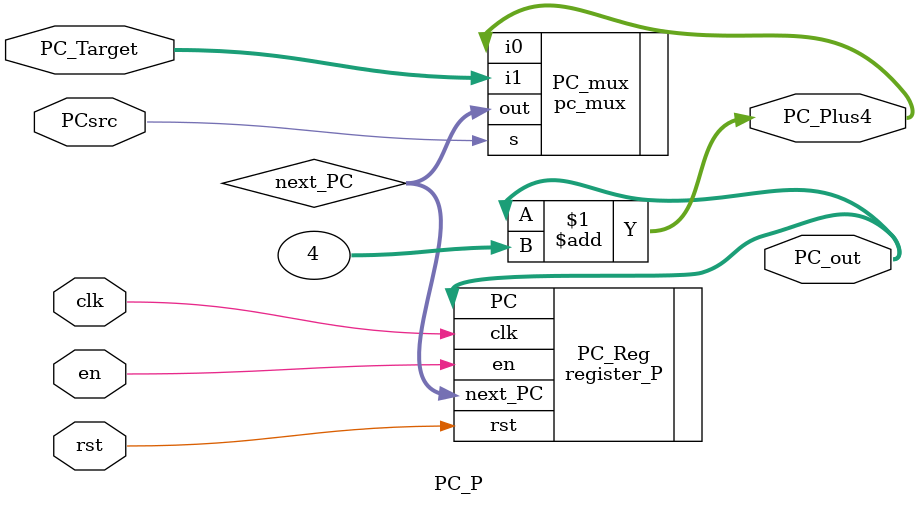
<source format=sv>
module PC_P#(
    parameter WIDTH = 32
)(

    input  logic                     clk,
    input  logic                     rst,
    input  logic                     en,
    input  logic    [WIDTH-1:0]      PC_Target,                      
    input  logic                     PCsrc,        // select for mux
    output logic    [WIDTH-1:0]      PC_out,       // PC Counter
    output logic    [WIDTH-1:0]      PC_Plus4,      // PC + 4 (for return address)
);

    // intermediate vals
    logic [WIDTH-1:0]   next_PC;      // result from select line

    assign PC_Plus4 = PC_out + 32'b100;


    // Instantiate modules
    pc_mux PC_mux (

        .i1(PC_Target),
        .i0(PC_Plus4),
        .s(PCsrc),
        .out(next_PC)
    );

    register_P PC_Reg (

        .clk(clk),
        .rst(rst),
        .en(en),
        .next_PC(next_PC),
        .PC(PC_out)
    );

endmodule

</source>
